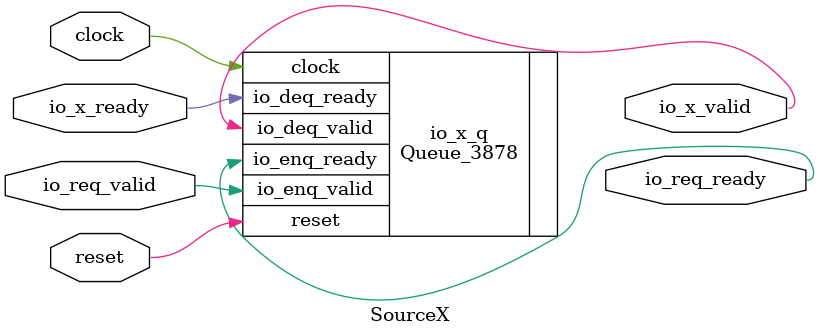
<source format=sv>
`ifndef RANDOMIZE
  `ifdef RANDOMIZE_REG_INIT
    `define RANDOMIZE
  `endif // RANDOMIZE_REG_INIT
`endif // not def RANDOMIZE
`ifndef RANDOMIZE
  `ifdef RANDOMIZE_MEM_INIT
    `define RANDOMIZE
  `endif // RANDOMIZE_MEM_INIT
`endif // not def RANDOMIZE

`ifndef RANDOM
  `define RANDOM $random
`endif // not def RANDOM

// Users can define 'PRINTF_COND' to add an extra gate to prints.
`ifndef PRINTF_COND_
  `ifdef PRINTF_COND
    `define PRINTF_COND_ (`PRINTF_COND)
  `else  // PRINTF_COND
    `define PRINTF_COND_ 1
  `endif // PRINTF_COND
`endif // not def PRINTF_COND_

// Users can define 'ASSERT_VERBOSE_COND' to add an extra gate to assert error printing.
`ifndef ASSERT_VERBOSE_COND_
  `ifdef ASSERT_VERBOSE_COND
    `define ASSERT_VERBOSE_COND_ (`ASSERT_VERBOSE_COND)
  `else  // ASSERT_VERBOSE_COND
    `define ASSERT_VERBOSE_COND_ 1
  `endif // ASSERT_VERBOSE_COND
`endif // not def ASSERT_VERBOSE_COND_

// Users can define 'STOP_COND' to add an extra gate to stop conditions.
`ifndef STOP_COND_
  `ifdef STOP_COND
    `define STOP_COND_ (`STOP_COND)
  `else  // STOP_COND
    `define STOP_COND_ 1
  `endif // STOP_COND
`endif // not def STOP_COND_

// Users can define INIT_RANDOM as general code that gets injected into the
// initializer block for modules with registers.
`ifndef INIT_RANDOM
  `define INIT_RANDOM
`endif // not def INIT_RANDOM

// If using random initialization, you can also define RANDOMIZE_DELAY to
// customize the delay used, otherwise 0.002 is used.
`ifndef RANDOMIZE_DELAY
  `define RANDOMIZE_DELAY 0.002
`endif // not def RANDOMIZE_DELAY

// Define INIT_RANDOM_PROLOG_ for use in our modules below.
`ifndef INIT_RANDOM_PROLOG_
  `ifdef RANDOMIZE
    `ifdef VERILATOR
      `define INIT_RANDOM_PROLOG_ `INIT_RANDOM
    `else  // VERILATOR
      `define INIT_RANDOM_PROLOG_ `INIT_RANDOM #`RANDOMIZE_DELAY begin end
    `endif // VERILATOR
  `else  // RANDOMIZE
    `define INIT_RANDOM_PROLOG_
  `endif // RANDOMIZE
`endif // not def INIT_RANDOM_PROLOG_

module SourceX(
  input  clock,
         reset,
         io_req_valid,
         io_x_ready,
  output io_req_ready,
         io_x_valid
);

  Queue_3878 io_x_q (	// @[Decoupled.scala:375:21]
    .clock        (clock),
    .reset        (reset),
    .io_enq_valid (io_req_valid),
    .io_deq_ready (io_x_ready),
    .io_enq_ready (io_req_ready),
    .io_deq_valid (io_x_valid)
  );
endmodule


</source>
